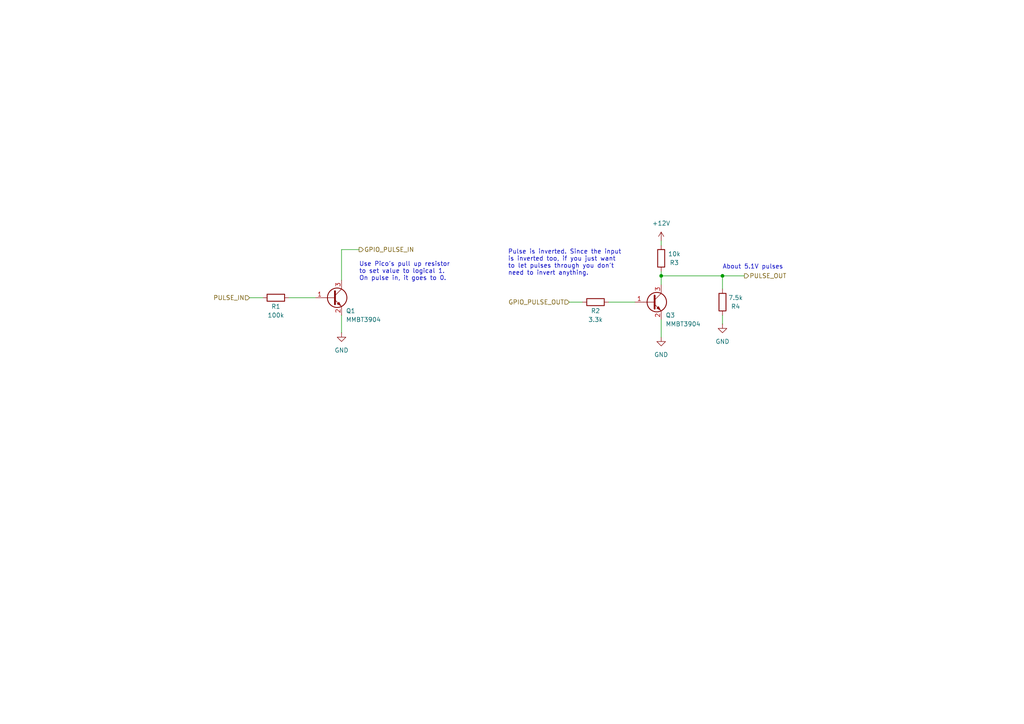
<source format=kicad_sch>
(kicad_sch (version 20250114) (generator "eeschema") (generator_version "9.0")
  (paper "A4")
  (lib_symbols
    (symbol "Device:R" (pin_numbers (hide yes)) (pin_names (offset 0))
      (property "Reference" "R" (at 2.032 0 90))
      (property "Value" "R" (at 0 0 90))
      (symbol "R_0_1"
        (rectangle (start -1.016 -2.54) (end 1.016 2.54) (stroke (width 0.254)))
      )
      (symbol "R_1_1"
        (pin passive line (at 0 3.81 270) (length 1.27) (name "~") (number "1"))
        (pin passive line (at 0 -3.81 90) (length 1.27) (name "~") (number "2"))
      )
    )
    (symbol "Transistor_BJT:MMBT3904" (pin_names (offset 0) (hide yes))
      (property "Reference" "Q" (at 5.08 1.905 0))
      (property "Value" "MMBT3904" (at 5.08 0 0))
      (symbol "MMBT3904_0_1"
        (polyline (pts (xy -2.54 0) (xy 0.635 0)))
        (polyline (pts (xy 0.635 1.905) (xy 0.635 -1.905)) (stroke (width 0.508)))
        (circle (center 1.27 0) (radius 2.8194) (stroke (width 0.254)))
      )
      (symbol "MMBT3904_1_1"
        (polyline (pts (xy 0.635 0.635) (xy 2.54 2.54)))
        (polyline (pts (xy 0.635 -0.635) (xy 2.54 -2.54)))
        (polyline (pts (xy 1.27 -1.778) (xy 1.778 -1.27) (xy 2.286 -2.286) (xy 1.27 -1.778)) (fill (type outline)))
        (pin input line (at -5.08 0 0) (length 2.54) (name "B") (number "1"))
        (pin passive line (at 2.54 5.08 270) (length 2.54) (name "C") (number "3"))
        (pin passive line (at 2.54 -5.08 90) (length 2.54) (name "E") (number "2"))
      )
    )
    (symbol "power:+12V" (power) (pin_numbers (hide yes)) (pin_names (offset 0) (hide yes))
      (property "Value" "+12V" (at 0 3.556 0))
      (symbol "+12V_0_1"
        (polyline (pts (xy -0.762 1.27) (xy 0 2.54)))
        (polyline (pts (xy 0 2.54) (xy 0.762 1.27)))
        (polyline (pts (xy 0 0) (xy 0 2.54)))
      )
      (symbol "+12V_1_1"
        (pin power_in line (at 0 0 90) (length 0) (name "~") (number "1"))
      )
    )
    (symbol "power:GND" (power) (pin_numbers (hide yes)) (pin_names (offset 0) (hide yes))
      (property "Value" "GND" (at 0 -3.81 0))
      (symbol "GND_0_1"
        (polyline (pts (xy 0 0) (xy 0 -1.27) (xy 1.27 -1.27) (xy 0 -2.54) (xy -1.27 -1.27) (xy 0 -1.27)))
      )
      (symbol "GND_1_1"
        (pin power_in line (at 0 0 270) (length 0) (name "~") (number "1"))
      )
    )
  )
  (text "About 5.1V pulses" (at 209.55 77.47 0) (effects (font (size 1.27 1.27)) (justify left)))
  (text "Use Pico's pull up resistor\nto set value to logical 1.\nOn pulse in, it goes to 0." (at 104.14 78.74 0) (effects (font (size 1.27 1.27)) (justify left)))
  (text "Pulse is inverted. Since the input\nis inverted too, if you just want \nto let pulses through you don't \nneed to invert anything." (at 147.32 76.2 0) (effects (font (size 1.27 1.27)) (justify left)))
  (junction (at 209.55 80.01))
  (junction (at 191.77 80.01))
  (wire (pts (xy 72.39 86.36) (xy 76.2 86.36)))
  (wire (pts (xy 191.77 78.74) (xy 191.77 80.01)))
  (wire (pts (xy 191.77 80.01) (xy 191.77 82.55)))
  (wire (pts (xy 209.55 93.98) (xy 209.55 91.44)))
  (wire (pts (xy 209.55 83.82) (xy 209.55 80.01)))
  (wire (pts (xy 191.77 97.79) (xy 191.77 92.71)))
  (wire (pts (xy 99.06 72.39) (xy 99.06 81.28)))
  (wire (pts (xy 99.06 96.52) (xy 99.06 91.44)))
  (wire (pts (xy 83.82 86.36) (xy 91.44 86.36)))
  (wire (pts (xy 209.55 80.01) (xy 215.9 80.01)))
  (wire (pts (xy 165.1 87.63) (xy 168.91 87.63)))
  (wire (pts (xy 191.77 69.85) (xy 191.77 71.12)))
  (wire (pts (xy 209.55 80.01) (xy 191.77 80.01)))
  (wire (pts (xy 176.53 87.63) (xy 184.15 87.63)))
  (wire (pts (xy 99.06 72.39) (xy 104.14 72.39)))
  (hierarchical_label "PULSE_OUT" (shape output) (at 215.9 80.01 0))
  (hierarchical_label "PULSE_IN" (shape input) (at 72.39 86.36 180))
  (hierarchical_label "GPIO_PULSE_IN" (shape output) (at 104.14 72.39 0))
  (hierarchical_label "GPIO_PULSE_OUT" (shape input) (at 165.1 87.63 180))
  (symbol (lib_id "power:+12V") (at 191.77 69.85 0) (unit 1)
    (property "Reference" "#PWR023" (effects (hide yes)))
    (property "Value" "+12V" (at 191.77 64.77 0))
    (property "Description" "Power symbol creates a global label with name \"+12V\"" (effects (hide yes)))
  )
  (symbol (lib_id "Device:R") (at 191.77 74.93 180) (unit 1)
    (property "Reference" "R3" (at 195.58 76.2 0))
    (property "Value" "10k" (at 195.58 73.66 0))
    (property "Footprint" "Resistor_SMD:R_0603_1608Metric" (effects (hide yes)))
    (property "LCSC" "C25804" (effects (hide yes)))
    (property "Vendor" "JLCPCB" (effects (hide yes)))
    (property "CHECKED" "YES" (effects (hide yes)))
  )
  (symbol (lib_id "power:GND") (at 99.06 96.52 0) (unit 1)
    (property "Reference" "#PWR022" (effects (hide yes)))
    (property "Value" "GND" (at 99.06 101.6 0))
    (property "Description" "Power symbol creates a global label with name \"GND\" , ground" (effects (hide yes)))
  )
  (symbol (lib_id "Transistor_BJT:MMBT3904") (at 189.23 87.63 0) (unit 1)
    (property "Reference" "Q3" (at 193.04 91.44 0) (effects (justify left)))
    (property "Value" "MMBT3904" (at 193.04 93.98 0) (effects (justify left)))
    (property "Footprint" "Package_TO_SOT_SMD:SOT-23" (effects (hide yes)))
    (property "Datasheet" "https://jlcpcb.com/api/file/downloadByFileSystemAccessId/8552894390268936192" (effects (hide yes)))
    (property "Description" "0.2A Ic, 40V Vce, Small Signal NPN Transistor, SOT-23" (effects (hide yes)))
    (property "Vendor" "JLCPCB" (effects (hide yes)))
    (property "LCSC" "C20526" (effects (hide yes)))
    (property "CHECKED" "YES" (effects (hide yes)))
  )
  (symbol (lib_id "power:GND") (at 209.55 93.98 0) (unit 1)
    (property "Reference" "#PWR025" (effects (hide yes)))
    (property "Value" "GND" (at 209.55 99.06 0))
    (property "Description" "Power symbol creates a global label with name \"GND\" , ground" (effects (hide yes)))
  )
  (symbol (lib_id "Device:R") (at 172.72 87.63 90) (unit 1)
    (property "Reference" "R2" (at 172.72 90.17 90))
    (property "Value" "3.3k" (at 172.72 92.71 90))
    (property "Footprint" "Resistor_SMD:R_0603_1608Metric" (effects (hide yes)))
    (property "LCSC" "C22978" (effects (hide yes)))
    (property "Vendor" "JLCPCB" (effects (hide yes)))
    (property "CHECKED" "YES" (effects (hide yes)))
  )
  (symbol (lib_id "Device:R") (at 209.55 87.63 180) (unit 1)
    (property "Reference" "R4" (at 213.36 88.9 0))
    (property "Value" "7.5k" (at 213.36 86.36 0))
    (property "Footprint" "Resistor_SMD:R_0603_1608Metric" (effects (hide yes)))
    (property "LCSC" "C23234" (effects (hide yes)))
    (property "Vendor" "JLCPCB" (effects (hide yes)))
    (property "CHECKED" "YES" (effects (hide yes)))
  )
  (symbol (lib_id "power:GND") (at 191.77 97.79 0) (unit 1)
    (property "Reference" "#PWR024" (effects (hide yes)))
    (property "Value" "GND" (at 191.77 102.87 0))
    (property "Description" "Power symbol creates a global label with name \"GND\" , ground" (effects (hide yes)))
  )
  (symbol (lib_id "Device:R") (at 80.01 86.36 90) (unit 1)
    (property "Reference" "R1" (at 80.01 88.9 90))
    (property "Value" "100k" (at 80.01 91.44 90))
    (property "Footprint" "Resistor_SMD:R_0603_1608Metric" (effects (hide yes)))
    (property "LCSC" "C25803" (effects (hide yes)))
    (property "Vendor" "JLCPCB" (effects (hide yes)))
    (property "CHECKED" "YES" (effects (hide yes)))
  )
  (symbol (lib_id "Transistor_BJT:MMBT3904") (at 96.52 86.36 0) (unit 1)
    (property "Reference" "Q1" (at 100.33 90.17 0) (effects (justify left)))
    (property "Value" "MMBT3904" (at 100.33 92.71 0) (effects (justify left)))
    (property "Footprint" "Package_TO_SOT_SMD:SOT-23" (effects (hide yes)))
    (property "Datasheet" "https://jlcpcb.com/api/file/downloadByFileSystemAccessId/8552894390268936192" (effects (hide yes)))
    (property "Description" "0.2A Ic, 40V Vce, Small Signal NPN Transistor, SOT-23" (effects (hide yes)))
    (property "Vendor" "JLCPCB" (effects (hide yes)))
    (property "LCSC" "C20526" (effects (hide yes)))
    (property "CHECKED" "YES" (effects (hide yes)))
  )
)
</source>
